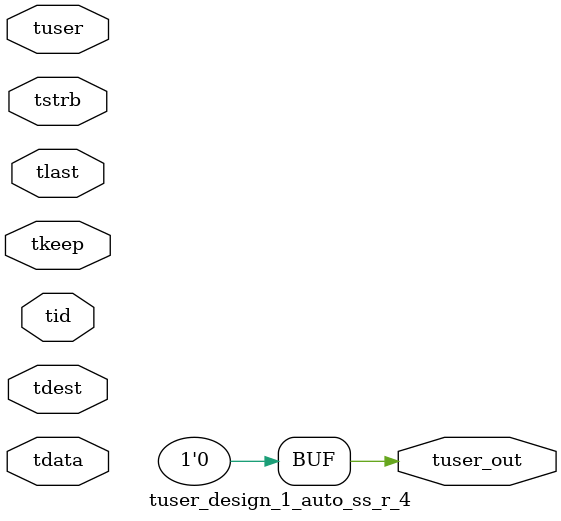
<source format=v>


`timescale 1ps/1ps

module tuser_design_1_auto_ss_r_4 #
(
parameter C_S_AXIS_TUSER_WIDTH = 1,
parameter C_S_AXIS_TDATA_WIDTH = 32,
parameter C_S_AXIS_TID_WIDTH   = 0,
parameter C_S_AXIS_TDEST_WIDTH = 0,
parameter C_M_AXIS_TUSER_WIDTH = 1
)
(
input  [(C_S_AXIS_TUSER_WIDTH == 0 ? 1 : C_S_AXIS_TUSER_WIDTH)-1:0     ] tuser,
input  [(C_S_AXIS_TDATA_WIDTH == 0 ? 1 : C_S_AXIS_TDATA_WIDTH)-1:0     ] tdata,
input  [(C_S_AXIS_TID_WIDTH   == 0 ? 1 : C_S_AXIS_TID_WIDTH)-1:0       ] tid,
input  [(C_S_AXIS_TDEST_WIDTH == 0 ? 1 : C_S_AXIS_TDEST_WIDTH)-1:0     ] tdest,
input  [(C_S_AXIS_TDATA_WIDTH/8)-1:0 ] tkeep,
input  [(C_S_AXIS_TDATA_WIDTH/8)-1:0 ] tstrb,
input                                                                    tlast,
output [C_M_AXIS_TUSER_WIDTH-1:0] tuser_out
);

assign tuser_out = {1'b0};

endmodule


</source>
